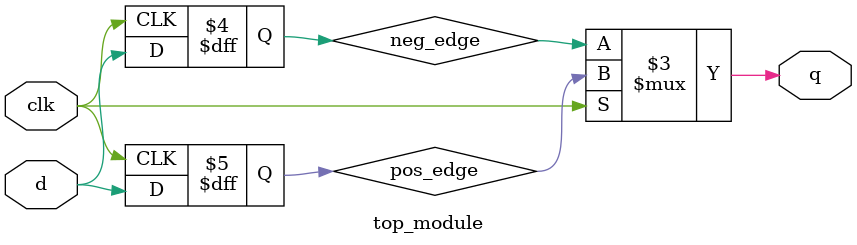
<source format=v>
module top_module (
    input clk,
    input d,
    output q
);
    reg pos_edge,neg_edge;

    always @(posedge clk) begin
        pos_edge <= d;
    end

    always @(negedge clk) begin
        neg_edge <= d;
    end

    assign q = clk ? pos_edge : neg_edge;
    
endmodule

</source>
